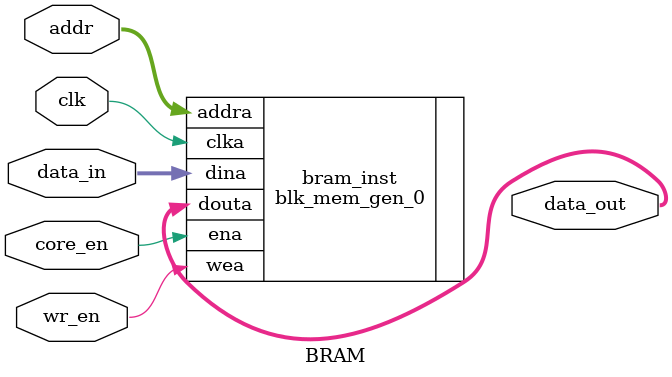
<source format=v>
module BRAM #(parameter WIDTH = 20, parameter N = 204, parameter K = 102, parameter para_v = 6, parameter para_c = 3)(
input clk,
input [11:0] addr,
input [19:0] data_in,
output [19:0] data_out,
input core_en,
input wr_en
);

blk_mem_gen_0 bram_inst(
	.clka(clk),
	.ena(core_en),
	.wea(wr_en),
	.addra(addr),
	.dina(data_in),
	.douta(data_out)
	);

endmodule

</source>
